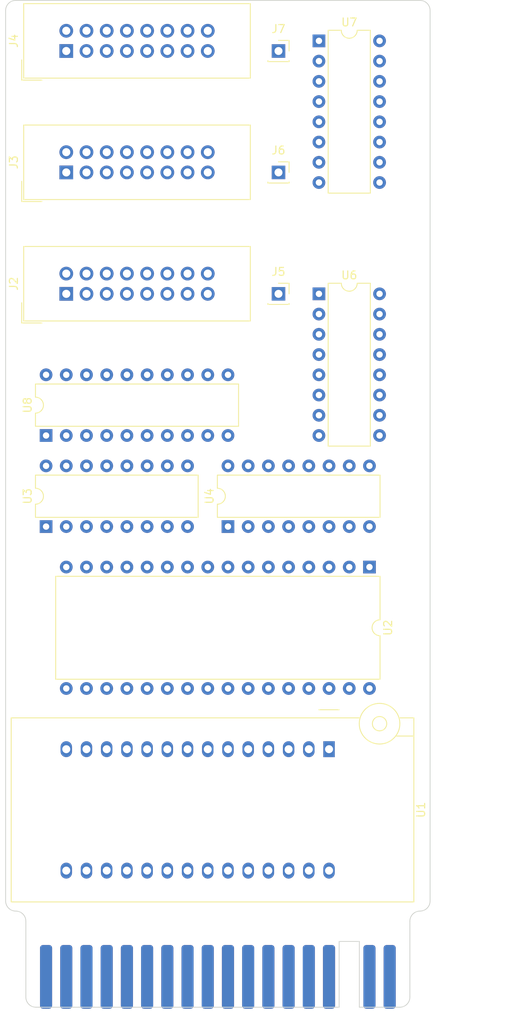
<source format=kicad_pcb>
(kicad_pcb (version 20171130) (host pcbnew "(5.1.2-1)-1")

  (general
    (thickness 1.6)
    (drawings 18)
    (tracks 0)
    (zones 0)
    (modules 14)
    (nets 49)
  )

  (page A4)
  (layers
    (0 F.Cu signal)
    (31 B.Cu signal)
    (32 B.Adhes user)
    (33 F.Adhes user)
    (34 B.Paste user)
    (35 F.Paste user)
    (36 B.SilkS user)
    (37 F.SilkS user)
    (38 B.Mask user)
    (39 F.Mask user)
    (40 Dwgs.User user)
    (41 Cmts.User user)
    (42 Eco1.User user)
    (43 Eco2.User user)
    (44 Edge.Cuts user)
    (45 Margin user)
    (46 B.CrtYd user)
    (47 F.CrtYd user)
    (48 B.Fab user)
    (49 F.Fab user)
  )

  (setup
    (last_trace_width 0.25)
    (trace_clearance 0.2)
    (zone_clearance 0.508)
    (zone_45_only no)
    (trace_min 0.2)
    (via_size 0.8)
    (via_drill 0.4)
    (via_min_size 0.4)
    (via_min_drill 0.3)
    (uvia_size 0.3)
    (uvia_drill 0.1)
    (uvias_allowed no)
    (uvia_min_size 0.2)
    (uvia_min_drill 0.1)
    (edge_width 0.05)
    (segment_width 0.2)
    (pcb_text_width 0.3)
    (pcb_text_size 1.5 1.5)
    (mod_edge_width 0.12)
    (mod_text_size 1 1)
    (mod_text_width 0.15)
    (pad_size 1.524 1.524)
    (pad_drill 0.762)
    (pad_to_mask_clearance 0.051)
    (solder_mask_min_width 0.25)
    (aux_axis_origin 0 0)
    (visible_elements FFFFFF7F)
    (pcbplotparams
      (layerselection 0x010fc_ffffffff)
      (usegerberextensions false)
      (usegerberattributes false)
      (usegerberadvancedattributes false)
      (creategerberjobfile false)
      (excludeedgelayer true)
      (linewidth 0.100000)
      (plotframeref false)
      (viasonmask false)
      (mode 1)
      (useauxorigin false)
      (hpglpennumber 1)
      (hpglpenspeed 20)
      (hpglpendiameter 15.000000)
      (psnegative false)
      (psa4output false)
      (plotreference true)
      (plotvalue true)
      (plotinvisibletext false)
      (padsonsilk false)
      (subtractmaskfromsilk false)
      (outputformat 1)
      (mirror false)
      (drillshape 1)
      (scaleselection 1)
      (outputdirectory ""))
  )

  (net 0 "")
  (net 1 GND)
  (net 2 /D2)
  (net 3 /D1)
  (net 4 /D0)
  (net 5 /~WE)
  (net 6 /~RESET)
  (net 7 /D3)
  (net 8 /D4)
  (net 9 /D5)
  (net 10 /D6)
  (net 11 /D7)
  (net 12 /CA14)
  (net 13 +5V)
  (net 14 /A3)
  (net 15 /A2)
  (net 16 /A1)
  (net 17 /A0)
  (net 18 /A10)
  (net 19 /A11)
  (net 20 /A4)
  (net 21 /A9)
  (net 22 /A5)
  (net 23 /A8)
  (net 24 /A6)
  (net 25 /A13)
  (net 26 /A7)
  (net 27 /A14)
  (net 28 /A12)
  (net 29 /A15)
  (net 30 /A16)
  (net 31 /~ROM)
  (net 32 /L2)
  (net 33 /L1)
  (net 34 /H1)
  (net 35 /H0)
  (net 36 /L0)
  (net 37 /~CS)
  (net 38 /~OE)
  (net 39 /~IOCART)
  (net 40 /~IOC)
  (net 41 /~IOD)
  (net 42 /~IOE)
  (net 43 /~ROMSEL)
  (net 44 /~RAMWR)
  (net 45 /~BSET)
  (net 46 /~IOF)
  (net 47 /~BRD)
  (net 48 "Net-(J1-Pad4)")

  (net_class Default "Esta es la clase de red por defecto."
    (clearance 0.2)
    (trace_width 0.25)
    (via_dia 0.8)
    (via_drill 0.4)
    (uvia_dia 0.3)
    (uvia_drill 0.1)
    (add_net +5V)
    (add_net /A0)
    (add_net /A1)
    (add_net /A10)
    (add_net /A11)
    (add_net /A12)
    (add_net /A13)
    (add_net /A14)
    (add_net /A15)
    (add_net /A16)
    (add_net /A2)
    (add_net /A3)
    (add_net /A4)
    (add_net /A5)
    (add_net /A6)
    (add_net /A7)
    (add_net /A8)
    (add_net /A9)
    (add_net /CA14)
    (add_net /D0)
    (add_net /D1)
    (add_net /D2)
    (add_net /D3)
    (add_net /D4)
    (add_net /D5)
    (add_net /D6)
    (add_net /D7)
    (add_net /H0)
    (add_net /H1)
    (add_net /L0)
    (add_net /L1)
    (add_net /L2)
    (add_net /~BRD)
    (add_net /~BSET)
    (add_net /~CS)
    (add_net /~IOC)
    (add_net /~IOCART)
    (add_net /~IOD)
    (add_net /~IOE)
    (add_net /~IOF)
    (add_net /~OE)
    (add_net /~RAMWR)
    (add_net /~RESET)
    (add_net /~ROM)
    (add_net /~ROMSEL)
    (add_net /~WE)
    (add_net GND)
    (add_net "Net-(J1-Pad1)")
    (add_net "Net-(J1-Pad2)")
    (add_net "Net-(J1-Pad36)")
    (add_net "Net-(J1-Pad4)")
    (add_net "Net-(U2-Pad1)")
    (add_net "Net-(U4-Pad12)")
    (add_net "Net-(U6-Pad10)")
    (add_net "Net-(U6-Pad12)")
    (add_net "Net-(U6-Pad5)")
    (add_net "Net-(U6-Pad6)")
    (add_net "Net-(U6-Pad7)")
    (add_net "Net-(U6-Pad9)")
    (add_net "Net-(U7-Pad10)")
    (add_net "Net-(U7-Pad9)")
  )

  (module Package_DIP:DIP-20_W7.62mm (layer F.Cu) (tedit 5A02E8C5) (tstamp 62904397)
    (at 102.87 90.17 90)
    (descr "20-lead though-hole mounted DIP package, row spacing 7.62 mm (300 mils)")
    (tags "THT DIP DIL PDIP 2.54mm 7.62mm 300mil")
    (path /62906E6F)
    (fp_text reference U8 (at 3.81 -2.33 90) (layer F.SilkS)
      (effects (font (size 1 1) (thickness 0.15)))
    )
    (fp_text value 74HC245 (at 3.81 25.19 90) (layer F.Fab)
      (effects (font (size 1 1) (thickness 0.15)))
    )
    (fp_text user %R (at 3.81 11.43 90) (layer F.Fab)
      (effects (font (size 1 1) (thickness 0.15)))
    )
    (fp_line (start 8.7 -1.55) (end -1.1 -1.55) (layer F.CrtYd) (width 0.05))
    (fp_line (start 8.7 24.4) (end 8.7 -1.55) (layer F.CrtYd) (width 0.05))
    (fp_line (start -1.1 24.4) (end 8.7 24.4) (layer F.CrtYd) (width 0.05))
    (fp_line (start -1.1 -1.55) (end -1.1 24.4) (layer F.CrtYd) (width 0.05))
    (fp_line (start 6.46 -1.33) (end 4.81 -1.33) (layer F.SilkS) (width 0.12))
    (fp_line (start 6.46 24.19) (end 6.46 -1.33) (layer F.SilkS) (width 0.12))
    (fp_line (start 1.16 24.19) (end 6.46 24.19) (layer F.SilkS) (width 0.12))
    (fp_line (start 1.16 -1.33) (end 1.16 24.19) (layer F.SilkS) (width 0.12))
    (fp_line (start 2.81 -1.33) (end 1.16 -1.33) (layer F.SilkS) (width 0.12))
    (fp_line (start 0.635 -0.27) (end 1.635 -1.27) (layer F.Fab) (width 0.1))
    (fp_line (start 0.635 24.13) (end 0.635 -0.27) (layer F.Fab) (width 0.1))
    (fp_line (start 6.985 24.13) (end 0.635 24.13) (layer F.Fab) (width 0.1))
    (fp_line (start 6.985 -1.27) (end 6.985 24.13) (layer F.Fab) (width 0.1))
    (fp_line (start 1.635 -1.27) (end 6.985 -1.27) (layer F.Fab) (width 0.1))
    (fp_arc (start 3.81 -1.33) (end 2.81 -1.33) (angle -180) (layer F.SilkS) (width 0.12))
    (pad 20 thru_hole oval (at 7.62 0 90) (size 1.6 1.6) (drill 0.8) (layers *.Cu *.Mask)
      (net 13 +5V))
    (pad 10 thru_hole oval (at 0 22.86 90) (size 1.6 1.6) (drill 0.8) (layers *.Cu *.Mask)
      (net 1 GND))
    (pad 19 thru_hole oval (at 7.62 2.54 90) (size 1.6 1.6) (drill 0.8) (layers *.Cu *.Mask)
      (net 47 /~BRD))
    (pad 9 thru_hole oval (at 0 20.32 90) (size 1.6 1.6) (drill 0.8) (layers *.Cu *.Mask)
      (net 11 /D7))
    (pad 18 thru_hole oval (at 7.62 5.08 90) (size 1.6 1.6) (drill 0.8) (layers *.Cu *.Mask)
      (net 36 /L0))
    (pad 8 thru_hole oval (at 0 17.78 90) (size 1.6 1.6) (drill 0.8) (layers *.Cu *.Mask)
      (net 10 /D6))
    (pad 17 thru_hole oval (at 7.62 7.62 90) (size 1.6 1.6) (drill 0.8) (layers *.Cu *.Mask)
      (net 33 /L1))
    (pad 7 thru_hole oval (at 0 15.24 90) (size 1.6 1.6) (drill 0.8) (layers *.Cu *.Mask)
      (net 9 /D5))
    (pad 16 thru_hole oval (at 7.62 10.16 90) (size 1.6 1.6) (drill 0.8) (layers *.Cu *.Mask)
      (net 32 /L2))
    (pad 6 thru_hole oval (at 0 12.7 90) (size 1.6 1.6) (drill 0.8) (layers *.Cu *.Mask)
      (net 8 /D4))
    (pad 15 thru_hole oval (at 7.62 12.7 90) (size 1.6 1.6) (drill 0.8) (layers *.Cu *.Mask)
      (net 1 GND))
    (pad 5 thru_hole oval (at 0 10.16 90) (size 1.6 1.6) (drill 0.8) (layers *.Cu *.Mask)
      (net 7 /D3))
    (pad 14 thru_hole oval (at 7.62 15.24 90) (size 1.6 1.6) (drill 0.8) (layers *.Cu *.Mask)
      (net 35 /H0))
    (pad 4 thru_hole oval (at 0 7.62 90) (size 1.6 1.6) (drill 0.8) (layers *.Cu *.Mask)
      (net 2 /D2))
    (pad 13 thru_hole oval (at 7.62 17.78 90) (size 1.6 1.6) (drill 0.8) (layers *.Cu *.Mask)
      (net 34 /H1))
    (pad 3 thru_hole oval (at 0 5.08 90) (size 1.6 1.6) (drill 0.8) (layers *.Cu *.Mask)
      (net 3 /D1))
    (pad 12 thru_hole oval (at 7.62 20.32 90) (size 1.6 1.6) (drill 0.8) (layers *.Cu *.Mask)
      (net 13 +5V))
    (pad 2 thru_hole oval (at 0 2.54 90) (size 1.6 1.6) (drill 0.8) (layers *.Cu *.Mask)
      (net 4 /D0))
    (pad 11 thru_hole oval (at 7.62 22.86 90) (size 1.6 1.6) (drill 0.8) (layers *.Cu *.Mask)
      (net 31 /~ROM))
    (pad 1 thru_hole rect (at 0 0 90) (size 1.6 1.6) (drill 0.8) (layers *.Cu *.Mask)
      (net 1 GND))
    (model ${KISYS3DMOD}/Package_DIP.3dshapes/DIP-20_W7.62mm.wrl
      (at (xyz 0 0 0))
      (scale (xyz 1 1 1))
      (rotate (xyz 0 0 0))
    )
  )

  (module Package_DIP:DIP-16_W7.62mm (layer F.Cu) (tedit 5A02E8C5) (tstamp 62904367)
    (at 137.16 40.64)
    (descr "16-lead though-hole mounted DIP package, row spacing 7.62 mm (300 mils)")
    (tags "THT DIP DIL PDIP 2.54mm 7.62mm 300mil")
    (path /6290409E)
    (fp_text reference U7 (at 3.81 -2.33) (layer F.SilkS)
      (effects (font (size 1 1) (thickness 0.15)))
    )
    (fp_text value 74HC139 (at 3.81 20.11) (layer F.Fab)
      (effects (font (size 1 1) (thickness 0.15)))
    )
    (fp_text user %R (at 3.81 8.89) (layer F.Fab)
      (effects (font (size 1 1) (thickness 0.15)))
    )
    (fp_line (start 8.7 -1.55) (end -1.1 -1.55) (layer F.CrtYd) (width 0.05))
    (fp_line (start 8.7 19.3) (end 8.7 -1.55) (layer F.CrtYd) (width 0.05))
    (fp_line (start -1.1 19.3) (end 8.7 19.3) (layer F.CrtYd) (width 0.05))
    (fp_line (start -1.1 -1.55) (end -1.1 19.3) (layer F.CrtYd) (width 0.05))
    (fp_line (start 6.46 -1.33) (end 4.81 -1.33) (layer F.SilkS) (width 0.12))
    (fp_line (start 6.46 19.11) (end 6.46 -1.33) (layer F.SilkS) (width 0.12))
    (fp_line (start 1.16 19.11) (end 6.46 19.11) (layer F.SilkS) (width 0.12))
    (fp_line (start 1.16 -1.33) (end 1.16 19.11) (layer F.SilkS) (width 0.12))
    (fp_line (start 2.81 -1.33) (end 1.16 -1.33) (layer F.SilkS) (width 0.12))
    (fp_line (start 0.635 -0.27) (end 1.635 -1.27) (layer F.Fab) (width 0.1))
    (fp_line (start 0.635 19.05) (end 0.635 -0.27) (layer F.Fab) (width 0.1))
    (fp_line (start 6.985 19.05) (end 0.635 19.05) (layer F.Fab) (width 0.1))
    (fp_line (start 6.985 -1.27) (end 6.985 19.05) (layer F.Fab) (width 0.1))
    (fp_line (start 1.635 -1.27) (end 6.985 -1.27) (layer F.Fab) (width 0.1))
    (fp_arc (start 3.81 -1.33) (end 2.81 -1.33) (angle -180) (layer F.SilkS) (width 0.12))
    (pad 16 thru_hole oval (at 7.62 0) (size 1.6 1.6) (drill 0.8) (layers *.Cu *.Mask)
      (net 13 +5V))
    (pad 8 thru_hole oval (at 0 17.78) (size 1.6 1.6) (drill 0.8) (layers *.Cu *.Mask)
      (net 1 GND))
    (pad 15 thru_hole oval (at 7.62 2.54) (size 1.6 1.6) (drill 0.8) (layers *.Cu *.Mask)
      (net 39 /~IOCART))
    (pad 7 thru_hole oval (at 0 15.24) (size 1.6 1.6) (drill 0.8) (layers *.Cu *.Mask)
      (net 46 /~IOF))
    (pad 14 thru_hole oval (at 7.62 5.08) (size 1.6 1.6) (drill 0.8) (layers *.Cu *.Mask)
      (net 5 /~WE))
    (pad 6 thru_hole oval (at 0 12.7) (size 1.6 1.6) (drill 0.8) (layers *.Cu *.Mask)
      (net 42 /~IOE))
    (pad 13 thru_hole oval (at 7.62 7.62) (size 1.6 1.6) (drill 0.8) (layers *.Cu *.Mask)
      (net 46 /~IOF))
    (pad 5 thru_hole oval (at 0 10.16) (size 1.6 1.6) (drill 0.8) (layers *.Cu *.Mask)
      (net 41 /~IOD))
    (pad 12 thru_hole oval (at 7.62 10.16) (size 1.6 1.6) (drill 0.8) (layers *.Cu *.Mask)
      (net 45 /~BSET))
    (pad 4 thru_hole oval (at 0 7.62) (size 1.6 1.6) (drill 0.8) (layers *.Cu *.Mask)
      (net 40 /~IOC))
    (pad 11 thru_hole oval (at 7.62 12.7) (size 1.6 1.6) (drill 0.8) (layers *.Cu *.Mask)
      (net 47 /~BRD))
    (pad 3 thru_hole oval (at 0 5.08) (size 1.6 1.6) (drill 0.8) (layers *.Cu *.Mask)
      (net 22 /A5))
    (pad 10 thru_hole oval (at 7.62 15.24) (size 1.6 1.6) (drill 0.8) (layers *.Cu *.Mask))
    (pad 2 thru_hole oval (at 0 2.54) (size 1.6 1.6) (drill 0.8) (layers *.Cu *.Mask)
      (net 20 /A4))
    (pad 9 thru_hole oval (at 7.62 17.78) (size 1.6 1.6) (drill 0.8) (layers *.Cu *.Mask))
    (pad 1 thru_hole rect (at 0 0) (size 1.6 1.6) (drill 0.8) (layers *.Cu *.Mask)
      (net 39 /~IOCART))
    (model ${KISYS3DMOD}/Package_DIP.3dshapes/DIP-16_W7.62mm.wrl
      (at (xyz 0 0 0))
      (scale (xyz 1 1 1))
      (rotate (xyz 0 0 0))
    )
  )

  (module Package_DIP:DIP-16_W7.62mm (layer F.Cu) (tedit 5A02E8C5) (tstamp 6290433B)
    (at 137.16 72.39)
    (descr "16-lead though-hole mounted DIP package, row spacing 7.62 mm (300 mils)")
    (tags "THT DIP DIL PDIP 2.54mm 7.62mm 300mil")
    (path /62902251)
    (fp_text reference U6 (at 3.81 -2.33) (layer F.SilkS)
      (effects (font (size 1 1) (thickness 0.15)))
    )
    (fp_text value 74HC139 (at 3.81 20.11) (layer F.Fab)
      (effects (font (size 1 1) (thickness 0.15)))
    )
    (fp_text user %R (at 3.81 8.89) (layer F.Fab)
      (effects (font (size 1 1) (thickness 0.15)))
    )
    (fp_line (start 8.7 -1.55) (end -1.1 -1.55) (layer F.CrtYd) (width 0.05))
    (fp_line (start 8.7 19.3) (end 8.7 -1.55) (layer F.CrtYd) (width 0.05))
    (fp_line (start -1.1 19.3) (end 8.7 19.3) (layer F.CrtYd) (width 0.05))
    (fp_line (start -1.1 -1.55) (end -1.1 19.3) (layer F.CrtYd) (width 0.05))
    (fp_line (start 6.46 -1.33) (end 4.81 -1.33) (layer F.SilkS) (width 0.12))
    (fp_line (start 6.46 19.11) (end 6.46 -1.33) (layer F.SilkS) (width 0.12))
    (fp_line (start 1.16 19.11) (end 6.46 19.11) (layer F.SilkS) (width 0.12))
    (fp_line (start 1.16 -1.33) (end 1.16 19.11) (layer F.SilkS) (width 0.12))
    (fp_line (start 2.81 -1.33) (end 1.16 -1.33) (layer F.SilkS) (width 0.12))
    (fp_line (start 0.635 -0.27) (end 1.635 -1.27) (layer F.Fab) (width 0.1))
    (fp_line (start 0.635 19.05) (end 0.635 -0.27) (layer F.Fab) (width 0.1))
    (fp_line (start 6.985 19.05) (end 0.635 19.05) (layer F.Fab) (width 0.1))
    (fp_line (start 6.985 -1.27) (end 6.985 19.05) (layer F.Fab) (width 0.1))
    (fp_line (start 1.635 -1.27) (end 6.985 -1.27) (layer F.Fab) (width 0.1))
    (fp_arc (start 3.81 -1.33) (end 2.81 -1.33) (angle -180) (layer F.SilkS) (width 0.12))
    (pad 16 thru_hole oval (at 7.62 0) (size 1.6 1.6) (drill 0.8) (layers *.Cu *.Mask)
      (net 13 +5V))
    (pad 8 thru_hole oval (at 0 17.78) (size 1.6 1.6) (drill 0.8) (layers *.Cu *.Mask)
      (net 1 GND))
    (pad 15 thru_hole oval (at 7.62 2.54) (size 1.6 1.6) (drill 0.8) (layers *.Cu *.Mask)
      (net 37 /~CS))
    (pad 7 thru_hole oval (at 0 15.24) (size 1.6 1.6) (drill 0.8) (layers *.Cu *.Mask))
    (pad 14 thru_hole oval (at 7.62 5.08) (size 1.6 1.6) (drill 0.8) (layers *.Cu *.Mask)
      (net 12 /CA14))
    (pad 6 thru_hole oval (at 0 12.7) (size 1.6 1.6) (drill 0.8) (layers *.Cu *.Mask))
    (pad 13 thru_hole oval (at 7.62 7.62) (size 1.6 1.6) (drill 0.8) (layers *.Cu *.Mask)
      (net 31 /~ROM))
    (pad 5 thru_hole oval (at 0 10.16) (size 1.6 1.6) (drill 0.8) (layers *.Cu *.Mask))
    (pad 12 thru_hole oval (at 7.62 10.16) (size 1.6 1.6) (drill 0.8) (layers *.Cu *.Mask))
    (pad 4 thru_hole oval (at 0 7.62) (size 1.6 1.6) (drill 0.8) (layers *.Cu *.Mask)
      (net 44 /~RAMWR))
    (pad 11 thru_hole oval (at 7.62 12.7) (size 1.6 1.6) (drill 0.8) (layers *.Cu *.Mask)
      (net 43 /~ROMSEL))
    (pad 3 thru_hole oval (at 0 5.08) (size 1.6 1.6) (drill 0.8) (layers *.Cu *.Mask)
      (net 12 /CA14))
    (pad 10 thru_hole oval (at 7.62 15.24) (size 1.6 1.6) (drill 0.8) (layers *.Cu *.Mask))
    (pad 2 thru_hole oval (at 0 2.54) (size 1.6 1.6) (drill 0.8) (layers *.Cu *.Mask)
      (net 5 /~WE))
    (pad 9 thru_hole oval (at 7.62 17.78) (size 1.6 1.6) (drill 0.8) (layers *.Cu *.Mask))
    (pad 1 thru_hole rect (at 0 0) (size 1.6 1.6) (drill 0.8) (layers *.Cu *.Mask)
      (net 37 /~CS))
    (model ${KISYS3DMOD}/Package_DIP.3dshapes/DIP-16_W7.62mm.wrl
      (at (xyz 0 0 0))
      (scale (xyz 1 1 1))
      (rotate (xyz 0 0 0))
    )
  )

  (module Package_DIP:DIP-16_W7.62mm (layer F.Cu) (tedit 5A02E8C5) (tstamp 6290430F)
    (at 125.73 101.6 90)
    (descr "16-lead though-hole mounted DIP package, row spacing 7.62 mm (300 mils)")
    (tags "THT DIP DIL PDIP 2.54mm 7.62mm 300mil")
    (path /62901806)
    (fp_text reference U4 (at 3.81 -2.33 90) (layer F.SilkS)
      (effects (font (size 1 1) (thickness 0.15)))
    )
    (fp_text value 74HC157 (at 3.81 20.11 90) (layer F.Fab)
      (effects (font (size 1 1) (thickness 0.15)))
    )
    (fp_text user %R (at 3.81 8.89 90) (layer F.Fab)
      (effects (font (size 1 1) (thickness 0.15)))
    )
    (fp_line (start 8.7 -1.55) (end -1.1 -1.55) (layer F.CrtYd) (width 0.05))
    (fp_line (start 8.7 19.3) (end 8.7 -1.55) (layer F.CrtYd) (width 0.05))
    (fp_line (start -1.1 19.3) (end 8.7 19.3) (layer F.CrtYd) (width 0.05))
    (fp_line (start -1.1 -1.55) (end -1.1 19.3) (layer F.CrtYd) (width 0.05))
    (fp_line (start 6.46 -1.33) (end 4.81 -1.33) (layer F.SilkS) (width 0.12))
    (fp_line (start 6.46 19.11) (end 6.46 -1.33) (layer F.SilkS) (width 0.12))
    (fp_line (start 1.16 19.11) (end 6.46 19.11) (layer F.SilkS) (width 0.12))
    (fp_line (start 1.16 -1.33) (end 1.16 19.11) (layer F.SilkS) (width 0.12))
    (fp_line (start 2.81 -1.33) (end 1.16 -1.33) (layer F.SilkS) (width 0.12))
    (fp_line (start 0.635 -0.27) (end 1.635 -1.27) (layer F.Fab) (width 0.1))
    (fp_line (start 0.635 19.05) (end 0.635 -0.27) (layer F.Fab) (width 0.1))
    (fp_line (start 6.985 19.05) (end 0.635 19.05) (layer F.Fab) (width 0.1))
    (fp_line (start 6.985 -1.27) (end 6.985 19.05) (layer F.Fab) (width 0.1))
    (fp_line (start 1.635 -1.27) (end 6.985 -1.27) (layer F.Fab) (width 0.1))
    (fp_arc (start 3.81 -1.33) (end 2.81 -1.33) (angle -180) (layer F.SilkS) (width 0.12))
    (pad 16 thru_hole oval (at 7.62 0 90) (size 1.6 1.6) (drill 0.8) (layers *.Cu *.Mask)
      (net 13 +5V))
    (pad 8 thru_hole oval (at 0 17.78 90) (size 1.6 1.6) (drill 0.8) (layers *.Cu *.Mask)
      (net 1 GND))
    (pad 15 thru_hole oval (at 7.62 2.54 90) (size 1.6 1.6) (drill 0.8) (layers *.Cu *.Mask)
      (net 1 GND))
    (pad 7 thru_hole oval (at 0 15.24 90) (size 1.6 1.6) (drill 0.8) (layers *.Cu *.Mask)
      (net 29 /A15))
    (pad 14 thru_hole oval (at 7.62 5.08 90) (size 1.6 1.6) (drill 0.8) (layers *.Cu *.Mask)
      (net 1 GND))
    (pad 6 thru_hole oval (at 0 12.7 90) (size 1.6 1.6) (drill 0.8) (layers *.Cu *.Mask)
      (net 34 /H1))
    (pad 13 thru_hole oval (at 7.62 7.62 90) (size 1.6 1.6) (drill 0.8) (layers *.Cu *.Mask)
      (net 1 GND))
    (pad 5 thru_hole oval (at 0 10.16 90) (size 1.6 1.6) (drill 0.8) (layers *.Cu *.Mask)
      (net 33 /L1))
    (pad 12 thru_hole oval (at 7.62 10.16 90) (size 1.6 1.6) (drill 0.8) (layers *.Cu *.Mask))
    (pad 4 thru_hole oval (at 0 7.62 90) (size 1.6 1.6) (drill 0.8) (layers *.Cu *.Mask)
      (net 27 /A14))
    (pad 11 thru_hole oval (at 7.62 12.7 90) (size 1.6 1.6) (drill 0.8) (layers *.Cu *.Mask)
      (net 32 /L2))
    (pad 3 thru_hole oval (at 0 5.08 90) (size 1.6 1.6) (drill 0.8) (layers *.Cu *.Mask)
      (net 35 /H0))
    (pad 10 thru_hole oval (at 7.62 15.24 90) (size 1.6 1.6) (drill 0.8) (layers *.Cu *.Mask)
      (net 13 +5V))
    (pad 2 thru_hole oval (at 0 2.54 90) (size 1.6 1.6) (drill 0.8) (layers *.Cu *.Mask)
      (net 36 /L0))
    (pad 9 thru_hole oval (at 7.62 17.78 90) (size 1.6 1.6) (drill 0.8) (layers *.Cu *.Mask)
      (net 30 /A16))
    (pad 1 thru_hole rect (at 0 0 90) (size 1.6 1.6) (drill 0.8) (layers *.Cu *.Mask)
      (net 12 /CA14))
    (model ${KISYS3DMOD}/Package_DIP.3dshapes/DIP-16_W7.62mm.wrl
      (at (xyz 0 0 0))
      (scale (xyz 1 1 1))
      (rotate (xyz 0 0 0))
    )
  )

  (module Package_DIP:DIP-16_W7.62mm (layer F.Cu) (tedit 5A02E8C5) (tstamp 629042E3)
    (at 102.87 101.6 90)
    (descr "16-lead though-hole mounted DIP package, row spacing 7.62 mm (300 mils)")
    (tags "THT DIP DIL PDIP 2.54mm 7.62mm 300mil")
    (path /62900B57)
    (fp_text reference U3 (at 3.81 -2.33 90) (layer F.SilkS)
      (effects (font (size 1 1) (thickness 0.15)))
    )
    (fp_text value 74HC174 (at 3.81 20.11 90) (layer F.Fab)
      (effects (font (size 1 1) (thickness 0.15)))
    )
    (fp_text user %R (at 3.81 8.89 90) (layer F.Fab)
      (effects (font (size 1 1) (thickness 0.15)))
    )
    (fp_line (start 8.7 -1.55) (end -1.1 -1.55) (layer F.CrtYd) (width 0.05))
    (fp_line (start 8.7 19.3) (end 8.7 -1.55) (layer F.CrtYd) (width 0.05))
    (fp_line (start -1.1 19.3) (end 8.7 19.3) (layer F.CrtYd) (width 0.05))
    (fp_line (start -1.1 -1.55) (end -1.1 19.3) (layer F.CrtYd) (width 0.05))
    (fp_line (start 6.46 -1.33) (end 4.81 -1.33) (layer F.SilkS) (width 0.12))
    (fp_line (start 6.46 19.11) (end 6.46 -1.33) (layer F.SilkS) (width 0.12))
    (fp_line (start 1.16 19.11) (end 6.46 19.11) (layer F.SilkS) (width 0.12))
    (fp_line (start 1.16 -1.33) (end 1.16 19.11) (layer F.SilkS) (width 0.12))
    (fp_line (start 2.81 -1.33) (end 1.16 -1.33) (layer F.SilkS) (width 0.12))
    (fp_line (start 0.635 -0.27) (end 1.635 -1.27) (layer F.Fab) (width 0.1))
    (fp_line (start 0.635 19.05) (end 0.635 -0.27) (layer F.Fab) (width 0.1))
    (fp_line (start 6.985 19.05) (end 0.635 19.05) (layer F.Fab) (width 0.1))
    (fp_line (start 6.985 -1.27) (end 6.985 19.05) (layer F.Fab) (width 0.1))
    (fp_line (start 1.635 -1.27) (end 6.985 -1.27) (layer F.Fab) (width 0.1))
    (fp_arc (start 3.81 -1.33) (end 2.81 -1.33) (angle -180) (layer F.SilkS) (width 0.12))
    (pad 16 thru_hole oval (at 7.62 0 90) (size 1.6 1.6) (drill 0.8) (layers *.Cu *.Mask)
      (net 13 +5V))
    (pad 8 thru_hole oval (at 0 17.78 90) (size 1.6 1.6) (drill 0.8) (layers *.Cu *.Mask)
      (net 1 GND))
    (pad 15 thru_hole oval (at 7.62 2.54 90) (size 1.6 1.6) (drill 0.8) (layers *.Cu *.Mask)
      (net 31 /~ROM))
    (pad 7 thru_hole oval (at 0 15.24 90) (size 1.6 1.6) (drill 0.8) (layers *.Cu *.Mask)
      (net 32 /L2))
    (pad 14 thru_hole oval (at 7.62 5.08 90) (size 1.6 1.6) (drill 0.8) (layers *.Cu *.Mask)
      (net 11 /D7))
    (pad 6 thru_hole oval (at 0 12.7 90) (size 1.6 1.6) (drill 0.8) (layers *.Cu *.Mask)
      (net 2 /D2))
    (pad 13 thru_hole oval (at 7.62 7.62 90) (size 1.6 1.6) (drill 0.8) (layers *.Cu *.Mask)
      (net 9 /D5))
    (pad 5 thru_hole oval (at 0 10.16 90) (size 1.6 1.6) (drill 0.8) (layers *.Cu *.Mask)
      (net 33 /L1))
    (pad 12 thru_hole oval (at 7.62 10.16 90) (size 1.6 1.6) (drill 0.8) (layers *.Cu *.Mask)
      (net 34 /H1))
    (pad 4 thru_hole oval (at 0 7.62 90) (size 1.6 1.6) (drill 0.8) (layers *.Cu *.Mask)
      (net 3 /D1))
    (pad 11 thru_hole oval (at 7.62 12.7 90) (size 1.6 1.6) (drill 0.8) (layers *.Cu *.Mask)
      (net 8 /D4))
    (pad 3 thru_hole oval (at 0 5.08 90) (size 1.6 1.6) (drill 0.8) (layers *.Cu *.Mask)
      (net 4 /D0))
    (pad 10 thru_hole oval (at 7.62 15.24 90) (size 1.6 1.6) (drill 0.8) (layers *.Cu *.Mask)
      (net 35 /H0))
    (pad 2 thru_hole oval (at 0 2.54 90) (size 1.6 1.6) (drill 0.8) (layers *.Cu *.Mask)
      (net 36 /L0))
    (pad 9 thru_hole oval (at 7.62 17.78 90) (size 1.6 1.6) (drill 0.8) (layers *.Cu *.Mask)
      (net 45 /~BSET))
    (pad 1 thru_hole rect (at 0 0 90) (size 1.6 1.6) (drill 0.8) (layers *.Cu *.Mask)
      (net 6 /~RESET))
    (model ${KISYS3DMOD}/Package_DIP.3dshapes/DIP-16_W7.62mm.wrl
      (at (xyz 0 0 0))
      (scale (xyz 1 1 1))
      (rotate (xyz 0 0 0))
    )
  )

  (module Package_DIP:DIP-32_W15.24mm (layer F.Cu) (tedit 5A02E8C5) (tstamp 629042B7)
    (at 143.51 106.68 270)
    (descr "32-lead though-hole mounted DIP package, row spacing 15.24 mm (600 mils)")
    (tags "THT DIP DIL PDIP 2.54mm 15.24mm 600mil")
    (path /628FEFFB)
    (fp_text reference U2 (at 7.62 -2.33 90) (layer F.SilkS)
      (effects (font (size 1 1) (thickness 0.15)))
    )
    (fp_text value 628128 (at 7.62 40.43 90) (layer F.Fab)
      (effects (font (size 1 1) (thickness 0.15)))
    )
    (fp_text user %R (at 7.62 19.05 90) (layer F.Fab)
      (effects (font (size 1 1) (thickness 0.15)))
    )
    (fp_line (start 16.3 -1.55) (end -1.05 -1.55) (layer F.CrtYd) (width 0.05))
    (fp_line (start 16.3 39.65) (end 16.3 -1.55) (layer F.CrtYd) (width 0.05))
    (fp_line (start -1.05 39.65) (end 16.3 39.65) (layer F.CrtYd) (width 0.05))
    (fp_line (start -1.05 -1.55) (end -1.05 39.65) (layer F.CrtYd) (width 0.05))
    (fp_line (start 14.08 -1.33) (end 8.62 -1.33) (layer F.SilkS) (width 0.12))
    (fp_line (start 14.08 39.43) (end 14.08 -1.33) (layer F.SilkS) (width 0.12))
    (fp_line (start 1.16 39.43) (end 14.08 39.43) (layer F.SilkS) (width 0.12))
    (fp_line (start 1.16 -1.33) (end 1.16 39.43) (layer F.SilkS) (width 0.12))
    (fp_line (start 6.62 -1.33) (end 1.16 -1.33) (layer F.SilkS) (width 0.12))
    (fp_line (start 0.255 -0.27) (end 1.255 -1.27) (layer F.Fab) (width 0.1))
    (fp_line (start 0.255 39.37) (end 0.255 -0.27) (layer F.Fab) (width 0.1))
    (fp_line (start 14.985 39.37) (end 0.255 39.37) (layer F.Fab) (width 0.1))
    (fp_line (start 14.985 -1.27) (end 14.985 39.37) (layer F.Fab) (width 0.1))
    (fp_line (start 1.255 -1.27) (end 14.985 -1.27) (layer F.Fab) (width 0.1))
    (fp_arc (start 7.62 -1.33) (end 6.62 -1.33) (angle -180) (layer F.SilkS) (width 0.12))
    (pad 32 thru_hole oval (at 15.24 0 270) (size 1.6 1.6) (drill 0.8) (layers *.Cu *.Mask)
      (net 13 +5V))
    (pad 16 thru_hole oval (at 0 38.1 270) (size 1.6 1.6) (drill 0.8) (layers *.Cu *.Mask)
      (net 1 GND))
    (pad 31 thru_hole oval (at 15.24 2.54 270) (size 1.6 1.6) (drill 0.8) (layers *.Cu *.Mask)
      (net 29 /A15))
    (pad 15 thru_hole oval (at 0 35.56 270) (size 1.6 1.6) (drill 0.8) (layers *.Cu *.Mask)
      (net 2 /D2))
    (pad 30 thru_hole oval (at 15.24 5.08 270) (size 1.6 1.6) (drill 0.8) (layers *.Cu *.Mask)
      (net 43 /~ROMSEL))
    (pad 14 thru_hole oval (at 0 33.02 270) (size 1.6 1.6) (drill 0.8) (layers *.Cu *.Mask)
      (net 3 /D1))
    (pad 29 thru_hole oval (at 15.24 7.62 270) (size 1.6 1.6) (drill 0.8) (layers *.Cu *.Mask)
      (net 44 /~RAMWR))
    (pad 13 thru_hole oval (at 0 30.48 270) (size 1.6 1.6) (drill 0.8) (layers *.Cu *.Mask)
      (net 4 /D0))
    (pad 28 thru_hole oval (at 15.24 10.16 270) (size 1.6 1.6) (drill 0.8) (layers *.Cu *.Mask)
      (net 25 /A13))
    (pad 12 thru_hole oval (at 0 27.94 270) (size 1.6 1.6) (drill 0.8) (layers *.Cu *.Mask)
      (net 17 /A0))
    (pad 27 thru_hole oval (at 15.24 12.7 270) (size 1.6 1.6) (drill 0.8) (layers *.Cu *.Mask)
      (net 23 /A8))
    (pad 11 thru_hole oval (at 0 25.4 270) (size 1.6 1.6) (drill 0.8) (layers *.Cu *.Mask)
      (net 16 /A1))
    (pad 26 thru_hole oval (at 15.24 15.24 270) (size 1.6 1.6) (drill 0.8) (layers *.Cu *.Mask)
      (net 21 /A9))
    (pad 10 thru_hole oval (at 0 22.86 270) (size 1.6 1.6) (drill 0.8) (layers *.Cu *.Mask)
      (net 15 /A2))
    (pad 25 thru_hole oval (at 15.24 17.78 270) (size 1.6 1.6) (drill 0.8) (layers *.Cu *.Mask)
      (net 19 /A11))
    (pad 9 thru_hole oval (at 0 20.32 270) (size 1.6 1.6) (drill 0.8) (layers *.Cu *.Mask)
      (net 14 /A3))
    (pad 24 thru_hole oval (at 15.24 20.32 270) (size 1.6 1.6) (drill 0.8) (layers *.Cu *.Mask)
      (net 38 /~OE))
    (pad 8 thru_hole oval (at 0 17.78 270) (size 1.6 1.6) (drill 0.8) (layers *.Cu *.Mask)
      (net 20 /A4))
    (pad 23 thru_hole oval (at 15.24 22.86 270) (size 1.6 1.6) (drill 0.8) (layers *.Cu *.Mask)
      (net 18 /A10))
    (pad 7 thru_hole oval (at 0 15.24 270) (size 1.6 1.6) (drill 0.8) (layers *.Cu *.Mask)
      (net 22 /A5))
    (pad 22 thru_hole oval (at 15.24 25.4 270) (size 1.6 1.6) (drill 0.8) (layers *.Cu *.Mask)
      (net 37 /~CS))
    (pad 6 thru_hole oval (at 0 12.7 270) (size 1.6 1.6) (drill 0.8) (layers *.Cu *.Mask)
      (net 24 /A6))
    (pad 21 thru_hole oval (at 15.24 27.94 270) (size 1.6 1.6) (drill 0.8) (layers *.Cu *.Mask)
      (net 11 /D7))
    (pad 5 thru_hole oval (at 0 10.16 270) (size 1.6 1.6) (drill 0.8) (layers *.Cu *.Mask)
      (net 26 /A7))
    (pad 20 thru_hole oval (at 15.24 30.48 270) (size 1.6 1.6) (drill 0.8) (layers *.Cu *.Mask)
      (net 10 /D6))
    (pad 4 thru_hole oval (at 0 7.62 270) (size 1.6 1.6) (drill 0.8) (layers *.Cu *.Mask)
      (net 28 /A12))
    (pad 19 thru_hole oval (at 15.24 33.02 270) (size 1.6 1.6) (drill 0.8) (layers *.Cu *.Mask)
      (net 9 /D5))
    (pad 3 thru_hole oval (at 0 5.08 270) (size 1.6 1.6) (drill 0.8) (layers *.Cu *.Mask)
      (net 27 /A14))
    (pad 18 thru_hole oval (at 15.24 35.56 270) (size 1.6 1.6) (drill 0.8) (layers *.Cu *.Mask)
      (net 8 /D4))
    (pad 2 thru_hole oval (at 0 2.54 270) (size 1.6 1.6) (drill 0.8) (layers *.Cu *.Mask)
      (net 30 /A16))
    (pad 17 thru_hole oval (at 15.24 38.1 270) (size 1.6 1.6) (drill 0.8) (layers *.Cu *.Mask)
      (net 7 /D3))
    (pad 1 thru_hole rect (at 0 0 270) (size 1.6 1.6) (drill 0.8) (layers *.Cu *.Mask))
    (model ${KISYS3DMOD}/Package_DIP.3dshapes/DIP-32_W15.24mm.wrl
      (at (xyz 0 0 0))
      (scale (xyz 1 1 1))
      (rotate (xyz 0 0 0))
    )
  )

  (module Connector_PinSocket_2.54mm:PinSocket_1x01_P2.54mm_Vertical (layer F.Cu) (tedit 5A19A434) (tstamp 6290677D)
    (at 132.08 41.91)
    (descr "Through hole straight socket strip, 1x01, 2.54mm pitch, single row (from Kicad 4.0.7), script generated")
    (tags "Through hole socket strip THT 1x01 2.54mm single row")
    (path /6367BB9C)
    (fp_text reference J7 (at 0 -2.77) (layer F.SilkS)
      (effects (font (size 1 1) (thickness 0.15)))
    )
    (fp_text value "AUDIO E" (at 0 2.77) (layer F.Fab)
      (effects (font (size 1 1) (thickness 0.15)))
    )
    (fp_text user %R (at 0 0) (layer F.Fab)
      (effects (font (size 1 1) (thickness 0.15)))
    )
    (fp_line (start -1.8 1.75) (end -1.8 -1.8) (layer F.CrtYd) (width 0.05))
    (fp_line (start 1.75 1.75) (end -1.8 1.75) (layer F.CrtYd) (width 0.05))
    (fp_line (start 1.75 -1.8) (end 1.75 1.75) (layer F.CrtYd) (width 0.05))
    (fp_line (start -1.8 -1.8) (end 1.75 -1.8) (layer F.CrtYd) (width 0.05))
    (fp_line (start 0 -1.33) (end 1.33 -1.33) (layer F.SilkS) (width 0.12))
    (fp_line (start 1.33 -1.33) (end 1.33 0) (layer F.SilkS) (width 0.12))
    (fp_line (start 1.33 1.21) (end 1.33 1.33) (layer F.SilkS) (width 0.12))
    (fp_line (start -1.33 1.21) (end -1.33 1.33) (layer F.SilkS) (width 0.12))
    (fp_line (start -1.33 1.33) (end 1.33 1.33) (layer F.SilkS) (width 0.12))
    (fp_line (start -1.27 1.27) (end -1.27 -1.27) (layer F.Fab) (width 0.1))
    (fp_line (start 1.27 1.27) (end -1.27 1.27) (layer F.Fab) (width 0.1))
    (fp_line (start 1.27 -0.635) (end 1.27 1.27) (layer F.Fab) (width 0.1))
    (fp_line (start 0.635 -1.27) (end 1.27 -0.635) (layer F.Fab) (width 0.1))
    (fp_line (start -1.27 -1.27) (end 0.635 -1.27) (layer F.Fab) (width 0.1))
    (pad 1 thru_hole rect (at 0 0) (size 1.7 1.7) (drill 1) (layers *.Cu *.Mask)
      (net 48 "Net-(J1-Pad4)"))
    (model ${KISYS3DMOD}/Connector_PinSocket_2.54mm.3dshapes/PinSocket_1x01_P2.54mm_Vertical.wrl
      (at (xyz 0 0 0))
      (scale (xyz 1 1 1))
      (rotate (xyz 0 0 0))
    )
  )

  (module Connector_PinSocket_2.54mm:PinSocket_1x01_P2.54mm_Vertical (layer F.Cu) (tedit 5A19A434) (tstamp 629084B5)
    (at 132.08 57.15)
    (descr "Through hole straight socket strip, 1x01, 2.54mm pitch, single row (from Kicad 4.0.7), script generated")
    (tags "Through hole socket strip THT 1x01 2.54mm single row")
    (path /6367C3A8)
    (fp_text reference J6 (at 0 -2.77) (layer F.SilkS)
      (effects (font (size 1 1) (thickness 0.15)))
    )
    (fp_text value "AUDIO D" (at 0 2.77) (layer F.Fab)
      (effects (font (size 1 1) (thickness 0.15)))
    )
    (fp_text user %R (at 0 0) (layer F.Fab)
      (effects (font (size 1 1) (thickness 0.15)))
    )
    (fp_line (start -1.8 1.75) (end -1.8 -1.8) (layer F.CrtYd) (width 0.05))
    (fp_line (start 1.75 1.75) (end -1.8 1.75) (layer F.CrtYd) (width 0.05))
    (fp_line (start 1.75 -1.8) (end 1.75 1.75) (layer F.CrtYd) (width 0.05))
    (fp_line (start -1.8 -1.8) (end 1.75 -1.8) (layer F.CrtYd) (width 0.05))
    (fp_line (start 0 -1.33) (end 1.33 -1.33) (layer F.SilkS) (width 0.12))
    (fp_line (start 1.33 -1.33) (end 1.33 0) (layer F.SilkS) (width 0.12))
    (fp_line (start 1.33 1.21) (end 1.33 1.33) (layer F.SilkS) (width 0.12))
    (fp_line (start -1.33 1.21) (end -1.33 1.33) (layer F.SilkS) (width 0.12))
    (fp_line (start -1.33 1.33) (end 1.33 1.33) (layer F.SilkS) (width 0.12))
    (fp_line (start -1.27 1.27) (end -1.27 -1.27) (layer F.Fab) (width 0.1))
    (fp_line (start 1.27 1.27) (end -1.27 1.27) (layer F.Fab) (width 0.1))
    (fp_line (start 1.27 -0.635) (end 1.27 1.27) (layer F.Fab) (width 0.1))
    (fp_line (start 0.635 -1.27) (end 1.27 -0.635) (layer F.Fab) (width 0.1))
    (fp_line (start -1.27 -1.27) (end 0.635 -1.27) (layer F.Fab) (width 0.1))
    (pad 1 thru_hole rect (at 0 0) (size 1.7 1.7) (drill 1) (layers *.Cu *.Mask)
      (net 48 "Net-(J1-Pad4)"))
    (model ${KISYS3DMOD}/Connector_PinSocket_2.54mm.3dshapes/PinSocket_1x01_P2.54mm_Vertical.wrl
      (at (xyz 0 0 0))
      (scale (xyz 1 1 1))
      (rotate (xyz 0 0 0))
    )
  )

  (module Connector_PinSocket_2.54mm:PinSocket_1x01_P2.54mm_Vertical (layer F.Cu) (tedit 5A19A434) (tstamp 62906755)
    (at 132.08 72.39)
    (descr "Through hole straight socket strip, 1x01, 2.54mm pitch, single row (from Kicad 4.0.7), script generated")
    (tags "Through hole socket strip THT 1x01 2.54mm single row")
    (path /6367C998)
    (fp_text reference J5 (at 0 -2.77) (layer F.SilkS)
      (effects (font (size 1 1) (thickness 0.15)))
    )
    (fp_text value "AUDIO C" (at 0 2.77) (layer F.Fab)
      (effects (font (size 1 1) (thickness 0.15)))
    )
    (fp_text user %R (at 0 0) (layer F.Fab)
      (effects (font (size 1 1) (thickness 0.15)))
    )
    (fp_line (start -1.8 1.75) (end -1.8 -1.8) (layer F.CrtYd) (width 0.05))
    (fp_line (start 1.75 1.75) (end -1.8 1.75) (layer F.CrtYd) (width 0.05))
    (fp_line (start 1.75 -1.8) (end 1.75 1.75) (layer F.CrtYd) (width 0.05))
    (fp_line (start -1.8 -1.8) (end 1.75 -1.8) (layer F.CrtYd) (width 0.05))
    (fp_line (start 0 -1.33) (end 1.33 -1.33) (layer F.SilkS) (width 0.12))
    (fp_line (start 1.33 -1.33) (end 1.33 0) (layer F.SilkS) (width 0.12))
    (fp_line (start 1.33 1.21) (end 1.33 1.33) (layer F.SilkS) (width 0.12))
    (fp_line (start -1.33 1.21) (end -1.33 1.33) (layer F.SilkS) (width 0.12))
    (fp_line (start -1.33 1.33) (end 1.33 1.33) (layer F.SilkS) (width 0.12))
    (fp_line (start -1.27 1.27) (end -1.27 -1.27) (layer F.Fab) (width 0.1))
    (fp_line (start 1.27 1.27) (end -1.27 1.27) (layer F.Fab) (width 0.1))
    (fp_line (start 1.27 -0.635) (end 1.27 1.27) (layer F.Fab) (width 0.1))
    (fp_line (start 0.635 -1.27) (end 1.27 -0.635) (layer F.Fab) (width 0.1))
    (fp_line (start -1.27 -1.27) (end 0.635 -1.27) (layer F.Fab) (width 0.1))
    (pad 1 thru_hole rect (at 0 0) (size 1.7 1.7) (drill 1) (layers *.Cu *.Mask)
      (net 48 "Net-(J1-Pad4)"))
    (model ${KISYS3DMOD}/Connector_PinSocket_2.54mm.3dshapes/PinSocket_1x01_P2.54mm_Vertical.wrl
      (at (xyz 0 0 0))
      (scale (xyz 1 1 1))
      (rotate (xyz 0 0 0))
    )
  )

  (module Socket:DIP_Socket-28_W11.9_W12.7_W15.24_W17.78_W18.5_3M_228-1277-00-0602J (layer F.Cu) (tedit 5AF5D4CC) (tstamp 6290427B)
    (at 138.43 129.54 270)
    (descr "3M 28-pin zero insertion force socket, through-hole, row spacing 15.24 mm (600 mils), http://multimedia.3m.com/mws/media/494546O/3mtm-dip-sockets-100-2-54-mm-ts0365.pdf")
    (tags "THT DIP DIL ZIF 15.24mm 600mil Socket")
    (path /6290008A)
    (fp_text reference U1 (at 7.62 -11.56 90) (layer F.SilkS)
      (effects (font (size 1 1) (thickness 0.15)))
    )
    (fp_text value 27C512 (at 7.62 40.84 90) (layer F.Fab)
      (effects (font (size 0.6 0.6) (thickness 0.09)))
    )
    (fp_text user %R (at 7.62 14.64 90) (layer F.Fab)
      (effects (font (size 1 1) (thickness 0.15)))
    )
    (fp_line (start -4.95 1.27) (end -4.95 -1.27) (layer F.SilkS) (width 0.12))
    (fp_line (start -1.65 -10.66) (end -1.65 -8.4) (layer F.SilkS) (width 0.12))
    (fp_line (start -3.93 -10.66) (end -3.93 -8.8) (layer F.SilkS) (width 0.12))
    (fp_line (start 19.17 -10.66) (end -3.93 -10.66) (layer F.SilkS) (width 0.12))
    (fp_line (start 19.17 39.94) (end 19.17 -10.66) (layer F.SilkS) (width 0.12))
    (fp_line (start -3.93 39.94) (end 19.17 39.94) (layer F.SilkS) (width 0.12))
    (fp_line (start -3.93 -3.9) (end -3.93 39.94) (layer F.SilkS) (width 0.12))
    (fp_line (start 19.07 -10.56) (end 19.07 39.84) (layer F.Fab) (width 0.1))
    (fp_line (start -2.85 -10.56) (end 19.07 -10.56) (layer F.Fab) (width 0.1))
    (fp_line (start -3.83 -9.4) (end -2.85 -10.56) (layer F.Fab) (width 0.1))
    (fp_line (start -3.83 39.84) (end -3.83 -9.4) (layer F.Fab) (width 0.1))
    (fp_line (start 19.07 39.84) (end -3.83 39.84) (layer F.Fab) (width 0.1))
    (fp_line (start -1.9 -15.86) (end -1.9 -10.56) (layer F.Fab) (width 0.1))
    (fp_line (start -3.5 -15.86) (end -1.9 -15.86) (layer F.Fab) (width 0.1))
    (fp_line (start -3.5 -9.75) (end -3.5 -15.86) (layer F.Fab) (width 0.1))
    (fp_line (start -0.4 -17.86) (end -1.9 -15.86) (layer F.Fab) (width 0.1))
    (fp_line (start -5 -17.86) (end -3.5 -15.86) (layer F.Fab) (width 0.1))
    (fp_line (start -0.4 -17.86) (end -0.4 -21.46) (layer F.Fab) (width 0.1))
    (fp_line (start -5 -17.86) (end -0.4 -17.86) (layer F.Fab) (width 0.1))
    (fp_line (start -5 -21.46) (end -5 -17.86) (layer F.Fab) (width 0.1))
    (fp_line (start -0.4 -21.46) (end -5 -21.46) (layer F.Fab) (width 0.1))
    (fp_line (start -1.7 -22.86) (end -0.4 -21.46) (layer F.Fab) (width 0.1))
    (fp_line (start -3.7 -22.86) (end -1.7 -22.86) (layer F.Fab) (width 0.1))
    (fp_line (start -5 -21.46) (end -3.7 -22.86) (layer F.Fab) (width 0.1))
    (fp_line (start -5.5 -3.4) (end -5.5 -23.36) (layer F.CrtYd) (width 0.05))
    (fp_line (start -4.33 -3.4) (end -5.5 -3.4) (layer F.CrtYd) (width 0.05))
    (fp_line (start -4.33 40.34) (end -4.33 -3.4) (layer F.CrtYd) (width 0.05))
    (fp_line (start 19.57 40.34) (end -4.33 40.34) (layer F.CrtYd) (width 0.05))
    (fp_line (start 19.57 -11.06) (end 19.57 40.34) (layer F.CrtYd) (width 0.05))
    (fp_line (start 0.1 -11.06) (end 19.57 -11.06) (layer F.CrtYd) (width 0.05))
    (fp_line (start 0.1 -23.36) (end 0.1 -11.06) (layer F.CrtYd) (width 0.05))
    (fp_line (start -5.5 -23.36) (end 0.1 -23.36) (layer F.CrtYd) (width 0.05))
    (fp_circle (center -3.2 -6.35) (end -2.3 -6.35) (layer F.SilkS) (width 0.12))
    (fp_circle (center -3.2 -6.35) (end -0.65 -6.35) (layer F.SilkS) (width 0.12))
    (pad 15 thru_hole oval (at 15.24 33.02 270) (size 2 1.44) (drill 1) (layers *.Cu *.Mask)
      (net 7 /D3))
    (pad 14 thru_hole oval (at 0 33.02 270) (size 2 1.44) (drill 1) (layers *.Cu *.Mask)
      (net 1 GND))
    (pad 16 thru_hole oval (at 15.24 30.48 270) (size 2 1.44) (drill 1) (layers *.Cu *.Mask)
      (net 8 /D4))
    (pad 13 thru_hole oval (at 0 30.48 270) (size 2 1.44) (drill 1) (layers *.Cu *.Mask)
      (net 2 /D2))
    (pad 17 thru_hole oval (at 15.24 27.94 270) (size 2 1.44) (drill 1) (layers *.Cu *.Mask)
      (net 9 /D5))
    (pad 12 thru_hole oval (at 0 27.94 270) (size 2 1.44) (drill 1) (layers *.Cu *.Mask)
      (net 3 /D1))
    (pad 18 thru_hole oval (at 15.24 25.4 270) (size 2 1.44) (drill 1) (layers *.Cu *.Mask)
      (net 10 /D6))
    (pad 11 thru_hole oval (at 0 25.4 270) (size 2 1.44) (drill 1) (layers *.Cu *.Mask)
      (net 4 /D0))
    (pad 19 thru_hole oval (at 15.24 22.86 270) (size 2 1.44) (drill 1) (layers *.Cu *.Mask)
      (net 11 /D7))
    (pad 10 thru_hole oval (at 0 22.86 270) (size 2 1.44) (drill 1) (layers *.Cu *.Mask)
      (net 17 /A0))
    (pad 20 thru_hole oval (at 15.24 20.32 270) (size 2 1.44) (drill 1) (layers *.Cu *.Mask)
      (net 43 /~ROMSEL))
    (pad 9 thru_hole oval (at 0 20.32 270) (size 2 1.44) (drill 1) (layers *.Cu *.Mask)
      (net 16 /A1))
    (pad 21 thru_hole oval (at 15.24 17.78 270) (size 2 1.44) (drill 1) (layers *.Cu *.Mask)
      (net 18 /A10))
    (pad 8 thru_hole oval (at 0 17.78 270) (size 2 1.44) (drill 1) (layers *.Cu *.Mask)
      (net 15 /A2))
    (pad 22 thru_hole oval (at 15.24 15.24 270) (size 2 1.44) (drill 1) (layers *.Cu *.Mask)
      (net 38 /~OE))
    (pad 7 thru_hole oval (at 0 15.24 270) (size 2 1.44) (drill 1) (layers *.Cu *.Mask)
      (net 14 /A3))
    (pad 23 thru_hole oval (at 15.24 12.7 270) (size 2 1.44) (drill 1) (layers *.Cu *.Mask)
      (net 19 /A11))
    (pad 6 thru_hole oval (at 0 12.7 270) (size 2 1.44) (drill 1) (layers *.Cu *.Mask)
      (net 20 /A4))
    (pad 24 thru_hole oval (at 15.24 10.16 270) (size 2 1.44) (drill 1) (layers *.Cu *.Mask)
      (net 21 /A9))
    (pad 5 thru_hole oval (at 0 10.16 270) (size 2 1.44) (drill 1) (layers *.Cu *.Mask)
      (net 22 /A5))
    (pad 25 thru_hole oval (at 15.24 7.62 270) (size 2 1.44) (drill 1) (layers *.Cu *.Mask)
      (net 23 /A8))
    (pad 4 thru_hole oval (at 0 7.62 270) (size 2 1.44) (drill 1) (layers *.Cu *.Mask)
      (net 24 /A6))
    (pad 26 thru_hole oval (at 15.24 5.08 270) (size 2 1.44) (drill 1) (layers *.Cu *.Mask)
      (net 25 /A13))
    (pad 3 thru_hole oval (at 0 5.08 270) (size 2 1.44) (drill 1) (layers *.Cu *.Mask)
      (net 26 /A7))
    (pad 27 thru_hole oval (at 15.24 2.54 270) (size 2 1.44) (drill 1) (layers *.Cu *.Mask)
      (net 27 /A14))
    (pad 2 thru_hole oval (at 0 2.54 270) (size 2 1.44) (drill 1) (layers *.Cu *.Mask)
      (net 28 /A12))
    (pad 28 thru_hole oval (at 15.24 0 270) (size 2 1.44) (drill 1) (layers *.Cu *.Mask)
      (net 13 +5V))
    (pad 1 thru_hole rect (at 0 0 270) (size 2 1.44) (drill 1) (layers *.Cu *.Mask)
      (net 29 /A15))
    (model ${KISYS3DMOD}/Socket.3dshapes/DIP_Socket-28_W11.9_W12.7_W15.24_W17.78_W18.5_3M_228-1277-00-0602J.wrl
      (at (xyz 0 0 0))
      (scale (xyz 1 1 1))
      (rotate (xyz 0 0 0))
    )
  )

  (module Connector_IDC:IDC-Header_2x08_P2.54mm_Vertical (layer F.Cu) (tedit 59DE0341) (tstamp 62904238)
    (at 105.41 41.91 90)
    (descr "Through hole straight IDC box header, 2x08, 2.54mm pitch, double rows")
    (tags "Through hole IDC box header THT 2x08 2.54mm double row")
    (path /62952727)
    (fp_text reference J4 (at 1.27 -6.604 90) (layer F.SilkS)
      (effects (font (size 1 1) (thickness 0.15)))
    )
    (fp_text value "PORT E" (at 1.27 24.384 90) (layer F.Fab)
      (effects (font (size 1 1) (thickness 0.15)))
    )
    (fp_line (start -3.655 -5.6) (end -1.115 -5.6) (layer F.SilkS) (width 0.12))
    (fp_line (start -3.655 -5.6) (end -3.655 -3.06) (layer F.SilkS) (width 0.12))
    (fp_line (start -3.405 -5.35) (end 5.945 -5.35) (layer F.SilkS) (width 0.12))
    (fp_line (start -3.405 23.13) (end -3.405 -5.35) (layer F.SilkS) (width 0.12))
    (fp_line (start 5.945 23.13) (end -3.405 23.13) (layer F.SilkS) (width 0.12))
    (fp_line (start 5.945 -5.35) (end 5.945 23.13) (layer F.SilkS) (width 0.12))
    (fp_line (start -3.41 -5.35) (end 5.95 -5.35) (layer F.CrtYd) (width 0.05))
    (fp_line (start -3.41 23.13) (end -3.41 -5.35) (layer F.CrtYd) (width 0.05))
    (fp_line (start 5.95 23.13) (end -3.41 23.13) (layer F.CrtYd) (width 0.05))
    (fp_line (start 5.95 -5.35) (end 5.95 23.13) (layer F.CrtYd) (width 0.05))
    (fp_line (start -3.155 22.88) (end -2.605 22.32) (layer F.Fab) (width 0.1))
    (fp_line (start -3.155 -5.1) (end -2.605 -4.56) (layer F.Fab) (width 0.1))
    (fp_line (start 5.695 22.88) (end 5.145 22.32) (layer F.Fab) (width 0.1))
    (fp_line (start 5.695 -5.1) (end 5.145 -4.56) (layer F.Fab) (width 0.1))
    (fp_line (start 5.145 22.32) (end -2.605 22.32) (layer F.Fab) (width 0.1))
    (fp_line (start 5.695 22.88) (end -3.155 22.88) (layer F.Fab) (width 0.1))
    (fp_line (start 5.145 -4.56) (end -2.605 -4.56) (layer F.Fab) (width 0.1))
    (fp_line (start 5.695 -5.1) (end -3.155 -5.1) (layer F.Fab) (width 0.1))
    (fp_line (start -2.605 11.14) (end -3.155 11.14) (layer F.Fab) (width 0.1))
    (fp_line (start -2.605 6.64) (end -3.155 6.64) (layer F.Fab) (width 0.1))
    (fp_line (start -2.605 11.14) (end -2.605 22.32) (layer F.Fab) (width 0.1))
    (fp_line (start -2.605 -4.56) (end -2.605 6.64) (layer F.Fab) (width 0.1))
    (fp_line (start -3.155 -5.1) (end -3.155 22.88) (layer F.Fab) (width 0.1))
    (fp_line (start 5.145 -4.56) (end 5.145 22.32) (layer F.Fab) (width 0.1))
    (fp_line (start 5.695 -5.1) (end 5.695 22.88) (layer F.Fab) (width 0.1))
    (fp_text user %R (at 1.27 8.89 90) (layer F.Fab)
      (effects (font (size 1 1) (thickness 0.15)))
    )
    (pad 16 thru_hole oval (at 2.54 17.78 90) (size 1.7272 1.7272) (drill 1.016) (layers *.Cu *.Mask)
      (net 11 /D7))
    (pad 15 thru_hole oval (at 0 17.78 90) (size 1.7272 1.7272) (drill 1.016) (layers *.Cu *.Mask)
      (net 1 GND))
    (pad 14 thru_hole oval (at 2.54 15.24 90) (size 1.7272 1.7272) (drill 1.016) (layers *.Cu *.Mask)
      (net 10 /D6))
    (pad 13 thru_hole oval (at 0 15.24 90) (size 1.7272 1.7272) (drill 1.016) (layers *.Cu *.Mask)
      (net 42 /~IOE))
    (pad 12 thru_hole oval (at 2.54 12.7 90) (size 1.7272 1.7272) (drill 1.016) (layers *.Cu *.Mask)
      (net 9 /D5))
    (pad 11 thru_hole oval (at 0 12.7 90) (size 1.7272 1.7272) (drill 1.016) (layers *.Cu *.Mask)
      (net 5 /~WE))
    (pad 10 thru_hole oval (at 2.54 10.16 90) (size 1.7272 1.7272) (drill 1.016) (layers *.Cu *.Mask)
      (net 8 /D4))
    (pad 9 thru_hole oval (at 0 10.16 90) (size 1.7272 1.7272) (drill 1.016) (layers *.Cu *.Mask)
      (net 14 /A3))
    (pad 8 thru_hole oval (at 2.54 7.62 90) (size 1.7272 1.7272) (drill 1.016) (layers *.Cu *.Mask)
      (net 7 /D3))
    (pad 7 thru_hole oval (at 0 7.62 90) (size 1.7272 1.7272) (drill 1.016) (layers *.Cu *.Mask)
      (net 15 /A2))
    (pad 6 thru_hole oval (at 2.54 5.08 90) (size 1.7272 1.7272) (drill 1.016) (layers *.Cu *.Mask)
      (net 2 /D2))
    (pad 5 thru_hole oval (at 0 5.08 90) (size 1.7272 1.7272) (drill 1.016) (layers *.Cu *.Mask)
      (net 16 /A1))
    (pad 4 thru_hole oval (at 2.54 2.54 90) (size 1.7272 1.7272) (drill 1.016) (layers *.Cu *.Mask)
      (net 3 /D1))
    (pad 3 thru_hole oval (at 0 2.54 90) (size 1.7272 1.7272) (drill 1.016) (layers *.Cu *.Mask)
      (net 17 /A0))
    (pad 2 thru_hole oval (at 2.54 0 90) (size 1.7272 1.7272) (drill 1.016) (layers *.Cu *.Mask)
      (net 4 /D0))
    (pad 1 thru_hole rect (at 0 0 90) (size 1.7272 1.7272) (drill 1.016) (layers *.Cu *.Mask)
      (net 13 +5V))
    (model ${KISYS3DMOD}/Connector_IDC.3dshapes/IDC-Header_2x08_P2.54mm_Vertical.wrl
      (at (xyz 0 0 0))
      (scale (xyz 1 1 1))
      (rotate (xyz 0 0 0))
    )
  )

  (module Connector_IDC:IDC-Header_2x08_P2.54mm_Vertical (layer F.Cu) (tedit 59DE0341) (tstamp 6290420A)
    (at 105.41 57.15 90)
    (descr "Through hole straight IDC box header, 2x08, 2.54mm pitch, double rows")
    (tags "Through hole IDC box header THT 2x08 2.54mm double row")
    (path /62950E5E)
    (fp_text reference J3 (at 1.27 -6.604 90) (layer F.SilkS)
      (effects (font (size 1 1) (thickness 0.15)))
    )
    (fp_text value "PORT D" (at 1.27 24.384 90) (layer F.Fab)
      (effects (font (size 1 1) (thickness 0.15)))
    )
    (fp_line (start -3.655 -5.6) (end -1.115 -5.6) (layer F.SilkS) (width 0.12))
    (fp_line (start -3.655 -5.6) (end -3.655 -3.06) (layer F.SilkS) (width 0.12))
    (fp_line (start -3.405 -5.35) (end 5.945 -5.35) (layer F.SilkS) (width 0.12))
    (fp_line (start -3.405 23.13) (end -3.405 -5.35) (layer F.SilkS) (width 0.12))
    (fp_line (start 5.945 23.13) (end -3.405 23.13) (layer F.SilkS) (width 0.12))
    (fp_line (start 5.945 -5.35) (end 5.945 23.13) (layer F.SilkS) (width 0.12))
    (fp_line (start -3.41 -5.35) (end 5.95 -5.35) (layer F.CrtYd) (width 0.05))
    (fp_line (start -3.41 23.13) (end -3.41 -5.35) (layer F.CrtYd) (width 0.05))
    (fp_line (start 5.95 23.13) (end -3.41 23.13) (layer F.CrtYd) (width 0.05))
    (fp_line (start 5.95 -5.35) (end 5.95 23.13) (layer F.CrtYd) (width 0.05))
    (fp_line (start -3.155 22.88) (end -2.605 22.32) (layer F.Fab) (width 0.1))
    (fp_line (start -3.155 -5.1) (end -2.605 -4.56) (layer F.Fab) (width 0.1))
    (fp_line (start 5.695 22.88) (end 5.145 22.32) (layer F.Fab) (width 0.1))
    (fp_line (start 5.695 -5.1) (end 5.145 -4.56) (layer F.Fab) (width 0.1))
    (fp_line (start 5.145 22.32) (end -2.605 22.32) (layer F.Fab) (width 0.1))
    (fp_line (start 5.695 22.88) (end -3.155 22.88) (layer F.Fab) (width 0.1))
    (fp_line (start 5.145 -4.56) (end -2.605 -4.56) (layer F.Fab) (width 0.1))
    (fp_line (start 5.695 -5.1) (end -3.155 -5.1) (layer F.Fab) (width 0.1))
    (fp_line (start -2.605 11.14) (end -3.155 11.14) (layer F.Fab) (width 0.1))
    (fp_line (start -2.605 6.64) (end -3.155 6.64) (layer F.Fab) (width 0.1))
    (fp_line (start -2.605 11.14) (end -2.605 22.32) (layer F.Fab) (width 0.1))
    (fp_line (start -2.605 -4.56) (end -2.605 6.64) (layer F.Fab) (width 0.1))
    (fp_line (start -3.155 -5.1) (end -3.155 22.88) (layer F.Fab) (width 0.1))
    (fp_line (start 5.145 -4.56) (end 5.145 22.32) (layer F.Fab) (width 0.1))
    (fp_line (start 5.695 -5.1) (end 5.695 22.88) (layer F.Fab) (width 0.1))
    (fp_text user %R (at 1.27 8.89 90) (layer F.Fab)
      (effects (font (size 1 1) (thickness 0.15)))
    )
    (pad 16 thru_hole oval (at 2.54 17.78 90) (size 1.7272 1.7272) (drill 1.016) (layers *.Cu *.Mask)
      (net 11 /D7))
    (pad 15 thru_hole oval (at 0 17.78 90) (size 1.7272 1.7272) (drill 1.016) (layers *.Cu *.Mask)
      (net 1 GND))
    (pad 14 thru_hole oval (at 2.54 15.24 90) (size 1.7272 1.7272) (drill 1.016) (layers *.Cu *.Mask)
      (net 10 /D6))
    (pad 13 thru_hole oval (at 0 15.24 90) (size 1.7272 1.7272) (drill 1.016) (layers *.Cu *.Mask)
      (net 41 /~IOD))
    (pad 12 thru_hole oval (at 2.54 12.7 90) (size 1.7272 1.7272) (drill 1.016) (layers *.Cu *.Mask)
      (net 9 /D5))
    (pad 11 thru_hole oval (at 0 12.7 90) (size 1.7272 1.7272) (drill 1.016) (layers *.Cu *.Mask)
      (net 5 /~WE))
    (pad 10 thru_hole oval (at 2.54 10.16 90) (size 1.7272 1.7272) (drill 1.016) (layers *.Cu *.Mask)
      (net 8 /D4))
    (pad 9 thru_hole oval (at 0 10.16 90) (size 1.7272 1.7272) (drill 1.016) (layers *.Cu *.Mask)
      (net 14 /A3))
    (pad 8 thru_hole oval (at 2.54 7.62 90) (size 1.7272 1.7272) (drill 1.016) (layers *.Cu *.Mask)
      (net 7 /D3))
    (pad 7 thru_hole oval (at 0 7.62 90) (size 1.7272 1.7272) (drill 1.016) (layers *.Cu *.Mask)
      (net 15 /A2))
    (pad 6 thru_hole oval (at 2.54 5.08 90) (size 1.7272 1.7272) (drill 1.016) (layers *.Cu *.Mask)
      (net 2 /D2))
    (pad 5 thru_hole oval (at 0 5.08 90) (size 1.7272 1.7272) (drill 1.016) (layers *.Cu *.Mask)
      (net 16 /A1))
    (pad 4 thru_hole oval (at 2.54 2.54 90) (size 1.7272 1.7272) (drill 1.016) (layers *.Cu *.Mask)
      (net 3 /D1))
    (pad 3 thru_hole oval (at 0 2.54 90) (size 1.7272 1.7272) (drill 1.016) (layers *.Cu *.Mask)
      (net 17 /A0))
    (pad 2 thru_hole oval (at 2.54 0 90) (size 1.7272 1.7272) (drill 1.016) (layers *.Cu *.Mask)
      (net 4 /D0))
    (pad 1 thru_hole rect (at 0 0 90) (size 1.7272 1.7272) (drill 1.016) (layers *.Cu *.Mask)
      (net 13 +5V))
    (model ${KISYS3DMOD}/Connector_IDC.3dshapes/IDC-Header_2x08_P2.54mm_Vertical.wrl
      (at (xyz 0 0 0))
      (scale (xyz 1 1 1))
      (rotate (xyz 0 0 0))
    )
  )

  (module Connector_IDC:IDC-Header_2x08_P2.54mm_Vertical (layer F.Cu) (tedit 59DE0341) (tstamp 629041DC)
    (at 105.41 72.39 90)
    (descr "Through hole straight IDC box header, 2x08, 2.54mm pitch, double rows")
    (tags "Through hole IDC box header THT 2x08 2.54mm double row")
    (path /629500C3)
    (fp_text reference J2 (at 1.27 -6.604 90) (layer F.SilkS)
      (effects (font (size 1 1) (thickness 0.15)))
    )
    (fp_text value "PORT C" (at 1.27 24.384 90) (layer F.Fab)
      (effects (font (size 1 1) (thickness 0.15)))
    )
    (fp_line (start -3.655 -5.6) (end -1.115 -5.6) (layer F.SilkS) (width 0.12))
    (fp_line (start -3.655 -5.6) (end -3.655 -3.06) (layer F.SilkS) (width 0.12))
    (fp_line (start -3.405 -5.35) (end 5.945 -5.35) (layer F.SilkS) (width 0.12))
    (fp_line (start -3.405 23.13) (end -3.405 -5.35) (layer F.SilkS) (width 0.12))
    (fp_line (start 5.945 23.13) (end -3.405 23.13) (layer F.SilkS) (width 0.12))
    (fp_line (start 5.945 -5.35) (end 5.945 23.13) (layer F.SilkS) (width 0.12))
    (fp_line (start -3.41 -5.35) (end 5.95 -5.35) (layer F.CrtYd) (width 0.05))
    (fp_line (start -3.41 23.13) (end -3.41 -5.35) (layer F.CrtYd) (width 0.05))
    (fp_line (start 5.95 23.13) (end -3.41 23.13) (layer F.CrtYd) (width 0.05))
    (fp_line (start 5.95 -5.35) (end 5.95 23.13) (layer F.CrtYd) (width 0.05))
    (fp_line (start -3.155 22.88) (end -2.605 22.32) (layer F.Fab) (width 0.1))
    (fp_line (start -3.155 -5.1) (end -2.605 -4.56) (layer F.Fab) (width 0.1))
    (fp_line (start 5.695 22.88) (end 5.145 22.32) (layer F.Fab) (width 0.1))
    (fp_line (start 5.695 -5.1) (end 5.145 -4.56) (layer F.Fab) (width 0.1))
    (fp_line (start 5.145 22.32) (end -2.605 22.32) (layer F.Fab) (width 0.1))
    (fp_line (start 5.695 22.88) (end -3.155 22.88) (layer F.Fab) (width 0.1))
    (fp_line (start 5.145 -4.56) (end -2.605 -4.56) (layer F.Fab) (width 0.1))
    (fp_line (start 5.695 -5.1) (end -3.155 -5.1) (layer F.Fab) (width 0.1))
    (fp_line (start -2.605 11.14) (end -3.155 11.14) (layer F.Fab) (width 0.1))
    (fp_line (start -2.605 6.64) (end -3.155 6.64) (layer F.Fab) (width 0.1))
    (fp_line (start -2.605 11.14) (end -2.605 22.32) (layer F.Fab) (width 0.1))
    (fp_line (start -2.605 -4.56) (end -2.605 6.64) (layer F.Fab) (width 0.1))
    (fp_line (start -3.155 -5.1) (end -3.155 22.88) (layer F.Fab) (width 0.1))
    (fp_line (start 5.145 -4.56) (end 5.145 22.32) (layer F.Fab) (width 0.1))
    (fp_line (start 5.695 -5.1) (end 5.695 22.88) (layer F.Fab) (width 0.1))
    (fp_text user %R (at 1.27 8.89 90) (layer F.Fab)
      (effects (font (size 1 1) (thickness 0.15)))
    )
    (pad 16 thru_hole oval (at 2.54 17.78 90) (size 1.7272 1.7272) (drill 1.016) (layers *.Cu *.Mask)
      (net 11 /D7))
    (pad 15 thru_hole oval (at 0 17.78 90) (size 1.7272 1.7272) (drill 1.016) (layers *.Cu *.Mask)
      (net 1 GND))
    (pad 14 thru_hole oval (at 2.54 15.24 90) (size 1.7272 1.7272) (drill 1.016) (layers *.Cu *.Mask)
      (net 10 /D6))
    (pad 13 thru_hole oval (at 0 15.24 90) (size 1.7272 1.7272) (drill 1.016) (layers *.Cu *.Mask)
      (net 40 /~IOC))
    (pad 12 thru_hole oval (at 2.54 12.7 90) (size 1.7272 1.7272) (drill 1.016) (layers *.Cu *.Mask)
      (net 9 /D5))
    (pad 11 thru_hole oval (at 0 12.7 90) (size 1.7272 1.7272) (drill 1.016) (layers *.Cu *.Mask)
      (net 5 /~WE))
    (pad 10 thru_hole oval (at 2.54 10.16 90) (size 1.7272 1.7272) (drill 1.016) (layers *.Cu *.Mask)
      (net 8 /D4))
    (pad 9 thru_hole oval (at 0 10.16 90) (size 1.7272 1.7272) (drill 1.016) (layers *.Cu *.Mask)
      (net 14 /A3))
    (pad 8 thru_hole oval (at 2.54 7.62 90) (size 1.7272 1.7272) (drill 1.016) (layers *.Cu *.Mask)
      (net 7 /D3))
    (pad 7 thru_hole oval (at 0 7.62 90) (size 1.7272 1.7272) (drill 1.016) (layers *.Cu *.Mask)
      (net 15 /A2))
    (pad 6 thru_hole oval (at 2.54 5.08 90) (size 1.7272 1.7272) (drill 1.016) (layers *.Cu *.Mask)
      (net 2 /D2))
    (pad 5 thru_hole oval (at 0 5.08 90) (size 1.7272 1.7272) (drill 1.016) (layers *.Cu *.Mask)
      (net 16 /A1))
    (pad 4 thru_hole oval (at 2.54 2.54 90) (size 1.7272 1.7272) (drill 1.016) (layers *.Cu *.Mask)
      (net 3 /D1))
    (pad 3 thru_hole oval (at 0 2.54 90) (size 1.7272 1.7272) (drill 1.016) (layers *.Cu *.Mask)
      (net 17 /A0))
    (pad 2 thru_hole oval (at 2.54 0 90) (size 1.7272 1.7272) (drill 1.016) (layers *.Cu *.Mask)
      (net 4 /D0))
    (pad 1 thru_hole rect (at 0 0 90) (size 1.7272 1.7272) (drill 1.016) (layers *.Cu *.Mask)
      (net 13 +5V))
    (model ${KISYS3DMOD}/Connector_IDC.3dshapes/IDC-Header_2x08_P2.54mm_Vertical.wrl
      (at (xyz 0 0 0))
      (scale (xyz 1 1 1))
      (rotate (xyz 0 0 0))
    )
  )

  (module edge_conn:Durango_ROM (layer F.Cu) (tedit 628D613F) (tstamp 629041AE)
    (at 100.33 161.925)
    (path /628FE747)
    (fp_text reference J1 (at 2.54 1.27) (layer Dwgs.User)
      (effects (font (size 1 1) (thickness 0.15)))
    )
    (fp_text value "EDGE CONNECTOR" (at 24.13 1.27) (layer F.Fab)
      (effects (font (size 1 1) (thickness 0.15)))
    )
    (fp_poly (pts (xy 0 0) (xy 48.26 0) (xy 48.26 -7.62) (xy 0 -7.62)) (layer B.Mask) (width 0.1))
    (fp_poly (pts (xy 0 0) (xy 48.26 0) (xy 48.26 -7.62) (xy 0 -7.62)) (layer F.Mask) (width 0.1))
    (fp_line (start 0 -8.89) (end 0 0) (layer Dwgs.User) (width 0.12))
    (fp_line (start 48.26 0) (end 48.26 -8.89) (layer Dwgs.User) (width 0.12))
    (fp_line (start 0 0) (end 48.26 0) (layer Dwgs.User) (width 0.12))
    (pad 36 smd roundrect (at 2.54 -3.81) (size 1.524 8) (layers B.Cu B.Paste B.Mask) (roundrect_rratio 0.25))
    (pad 34 smd roundrect (at 5.08 -3.81) (size 1.524 8) (layers B.Cu B.Paste B.Mask) (roundrect_rratio 0.25)
      (net 1 GND))
    (pad 32 smd roundrect (at 7.62 -3.81) (size 1.524 8) (layers B.Cu B.Paste B.Mask) (roundrect_rratio 0.25)
      (net 2 /D2))
    (pad 30 smd roundrect (at 10.16 -3.81) (size 1.524 8) (layers B.Cu B.Paste B.Mask) (roundrect_rratio 0.25)
      (net 3 /D1))
    (pad 28 smd roundrect (at 12.7 -3.81) (size 1.524 8) (layers B.Cu B.Paste B.Mask) (roundrect_rratio 0.25)
      (net 4 /D0))
    (pad 26 smd roundrect (at 15.24 -3.81) (size 1.524 8) (layers B.Cu B.Paste B.Mask) (roundrect_rratio 0.25)
      (net 17 /A0))
    (pad 24 smd roundrect (at 17.78 -3.81) (size 1.524 8) (layers B.Cu B.Paste B.Mask) (roundrect_rratio 0.25)
      (net 16 /A1))
    (pad 22 smd roundrect (at 20.32 -3.81) (size 1.524 8) (layers B.Cu B.Paste B.Mask) (roundrect_rratio 0.25)
      (net 15 /A2))
    (pad 20 smd roundrect (at 22.86 -3.81) (size 1.524 8) (layers B.Cu B.Paste B.Mask) (roundrect_rratio 0.25)
      (net 14 /A3))
    (pad 18 smd roundrect (at 25.4 -3.81) (size 1.524 8) (layers B.Cu B.Paste B.Mask) (roundrect_rratio 0.25)
      (net 20 /A4))
    (pad 16 smd roundrect (at 27.94 -3.81) (size 1.524 8) (layers B.Cu B.Paste B.Mask) (roundrect_rratio 0.25)
      (net 22 /A5))
    (pad 14 smd roundrect (at 30.48 -3.81) (size 1.524 8) (layers B.Cu B.Paste B.Mask) (roundrect_rratio 0.25)
      (net 24 /A6))
    (pad 12 smd roundrect (at 33.02 -3.81) (size 1.524 8) (layers B.Cu B.Paste B.Mask) (roundrect_rratio 0.25)
      (net 26 /A7))
    (pad 10 smd roundrect (at 35.56 -3.81) (size 1.524 8) (layers B.Cu B.Paste B.Mask) (roundrect_rratio 0.25)
      (net 28 /A12))
    (pad 8 smd roundrect (at 38.1 -3.81) (size 1.524 8) (layers B.Cu B.Paste B.Mask) (roundrect_rratio 0.25)
      (net 5 /~WE))
    (pad 4 smd roundrect (at 43.18 -3.81) (size 1.524 8) (layers B.Cu B.Paste B.Mask) (roundrect_rratio 0.25)
      (net 48 "Net-(J1-Pad4)"))
    (pad 35 smd roundrect (at 2.54 -3.81) (size 1.524 8) (layers F.Cu F.Paste F.Mask) (roundrect_rratio 0.25)
      (net 6 /~RESET))
    (pad 33 smd roundrect (at 5.08 -3.81) (size 1.524 8) (layers F.Cu F.Paste F.Mask) (roundrect_rratio 0.25)
      (net 7 /D3))
    (pad 31 smd roundrect (at 7.62 -3.81) (size 1.524 8) (layers F.Cu F.Paste F.Mask) (roundrect_rratio 0.25)
      (net 8 /D4))
    (pad 29 smd roundrect (at 10.16 -3.81) (size 1.524 8) (layers F.Cu F.Paste F.Mask) (roundrect_rratio 0.25)
      (net 9 /D5))
    (pad 27 smd roundrect (at 12.7 -3.81) (size 1.524 8) (layers F.Cu F.Paste F.Mask) (roundrect_rratio 0.25)
      (net 10 /D6))
    (pad 25 smd roundrect (at 15.24 -3.81) (size 1.524 8) (layers F.Cu F.Paste F.Mask) (roundrect_rratio 0.25)
      (net 11 /D7))
    (pad 23 smd roundrect (at 17.78 -3.81) (size 1.524 8) (layers F.Cu F.Paste F.Mask) (roundrect_rratio 0.25)
      (net 37 /~CS))
    (pad 21 smd roundrect (at 20.32 -3.81) (size 1.524 8) (layers F.Cu F.Paste F.Mask) (roundrect_rratio 0.25)
      (net 18 /A10))
    (pad 19 smd roundrect (at 22.86 -3.81) (size 1.524 8) (layers F.Cu F.Paste F.Mask) (roundrect_rratio 0.25)
      (net 38 /~OE))
    (pad 17 smd roundrect (at 25.4 -3.81) (size 1.524 8) (layers F.Cu F.Paste F.Mask) (roundrect_rratio 0.25)
      (net 19 /A11))
    (pad 15 smd roundrect (at 27.94 -3.81) (size 1.524 8) (layers F.Cu F.Paste F.Mask) (roundrect_rratio 0.25)
      (net 21 /A9))
    (pad 13 smd roundrect (at 30.48 -3.81) (size 1.524 8) (layers F.Cu F.Paste F.Mask) (roundrect_rratio 0.25)
      (net 23 /A8))
    (pad 11 smd roundrect (at 33.02 -3.81) (size 1.524 8) (layers F.Cu F.Paste F.Mask) (roundrect_rratio 0.25)
      (net 25 /A13))
    (pad 9 smd roundrect (at 35.56 -3.81) (size 1.524 8) (layers F.Cu F.Paste F.Mask) (roundrect_rratio 0.25)
      (net 12 /CA14))
    (pad 7 smd roundrect (at 38.1 -3.81) (size 1.524 8) (layers F.Cu F.Paste F.Mask) (roundrect_rratio 0.25)
      (net 13 +5V))
    (pad 3 smd roundrect (at 43.18 -3.81) (size 1.524 8) (layers F.Cu F.Paste F.Mask) (roundrect_rratio 0.25)
      (net 39 /~IOCART))
    (pad 2 smd roundrect (at 45.72 -3.81) (size 1.524 8) (layers B.Cu B.Paste B.Mask) (roundrect_rratio 0.25))
    (pad 1 smd roundrect (at 45.72 -3.81) (size 1.524 8) (layers F.Cu F.Paste F.Mask) (roundrect_rratio 0.25))
  )

  (gr_arc (start 149.86 36.83) (end 151.13 36.83) (angle -90) (layer Edge.Cuts) (width 0.1))
  (gr_arc (start 99.06 36.83) (end 99.06 35.56) (angle -90) (layer Edge.Cuts) (width 0.1))
  (gr_arc (start 149.86 148.59) (end 149.86 149.86) (angle -90) (layer Edge.Cuts) (width 0.1))
  (gr_arc (start 149.86 151.13) (end 149.86 149.86) (angle -90) (layer Edge.Cuts) (width 0.1))
  (gr_arc (start 99.06 148.59) (end 97.79 148.59) (angle -90) (layer Edge.Cuts) (width 0.1))
  (gr_arc (start 99.06 151.13) (end 100.33 151.13) (angle -90) (layer Edge.Cuts) (width 0.1))
  (gr_arc (start 101.6 160.655) (end 100.33 160.655) (angle -90) (layer Edge.Cuts) (width 0.1))
  (gr_arc (start 147.32 160.655) (end 147.32 161.925) (angle -90) (layer Edge.Cuts) (width 0.1))
  (gr_line (start 142.24 161.925) (end 142.24 153.67) (layer Edge.Cuts) (width 0.1))
  (gr_line (start 139.7 161.925) (end 101.6 161.925) (layer Edge.Cuts) (width 0.1))
  (gr_line (start 139.7 153.67) (end 139.7 161.925) (layer Edge.Cuts) (width 0.1))
  (gr_line (start 142.24 153.67) (end 139.7 153.67) (layer Edge.Cuts) (width 0.1))
  (gr_line (start 147.32 161.925) (end 142.24 161.925) (layer Edge.Cuts) (width 0.1))
  (gr_line (start 148.59 151.13) (end 148.59 160.655) (layer Edge.Cuts) (width 0.1))
  (gr_line (start 151.13 36.83) (end 151.13 148.59) (layer Edge.Cuts) (width 0.1))
  (gr_line (start 99.06 35.56) (end 149.86 35.56) (layer Edge.Cuts) (width 0.1))
  (gr_line (start 97.79 148.59) (end 97.79 36.83) (layer Edge.Cuts) (width 0.1))
  (gr_line (start 100.33 160.655) (end 100.33 151.13) (layer Edge.Cuts) (width 0.1))

)

</source>
